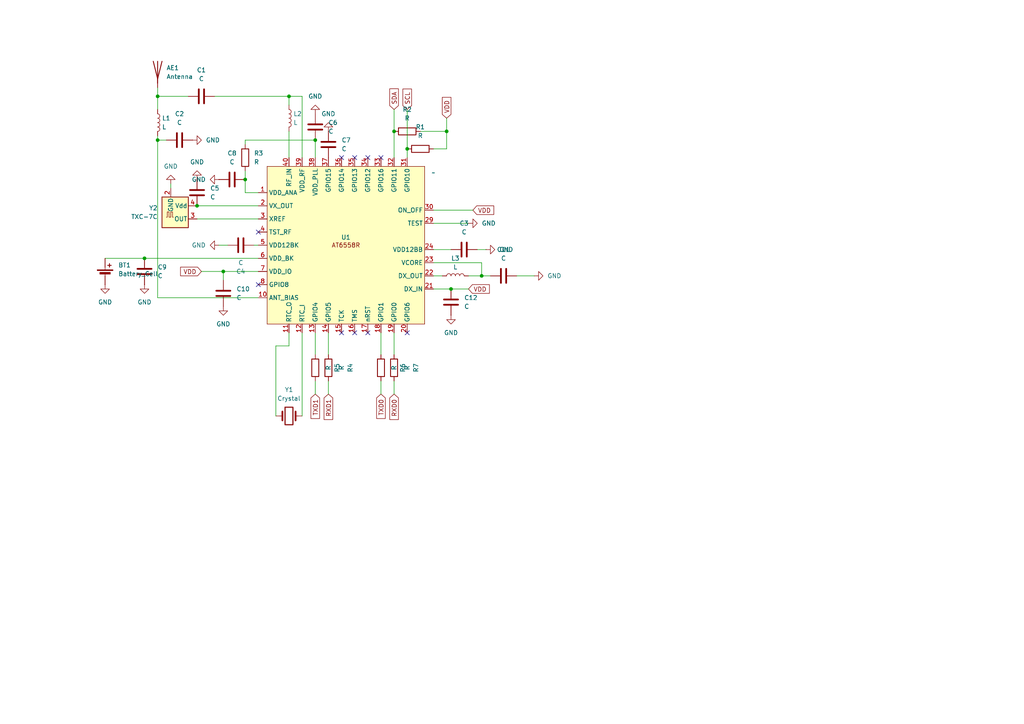
<source format=kicad_sch>
(kicad_sch (version 20231120) (generator "eeschema") (generator_version "8.0")
  (paper "A4")
  (lib_symbols
    (symbol "Device:Antenna" (pin_numbers hide) (pin_names (offset 1.016) hide)
      (property "Reference" "AE" (at -1.905 1.905 0))
      (property "Value" "Antenna" (at -1.905 0 0))
      (symbol "Antenna_0_1"
        (polyline (pts (xy 0 2.54) (xy 0 -3.81)) (stroke (width 0.254)))
        (polyline (pts (xy 1.27 2.54) (xy 0 -2.54) (xy -1.27 2.54)) (stroke (width 0.254)))
      )
      (symbol "Antenna_1_1"
        (pin input line (at 0 -5.08 90) (length 2.54) (name "A") (number "1"))
      )
    )
    (symbol "Device:Battery_Cell" (pin_numbers hide) (pin_names (offset 0) hide)
      (property "Reference" "BT" (at 2.54 2.54 0))
      (property "Value" "Battery_Cell" (at 2.54 0 0))
      (symbol "Battery_Cell_0_1"
        (rectangle (start -2.286 1.778) (end 2.286 1.524) (fill (type outline)))
        (rectangle (start -1.524 1.016) (end 1.524 0.508) (fill (type outline)))
        (polyline (pts (xy 0 0.762) (xy 0 0)))
        (polyline (pts (xy 0 1.778) (xy 0 2.54)))
        (polyline (pts (xy 0.762 3.048) (xy 1.778 3.048)) (stroke (width 0.254)))
        (polyline (pts (xy 1.27 3.556) (xy 1.27 2.54)) (stroke (width 0.254)))
      )
      (symbol "Battery_Cell_1_1"
        (pin passive line (at 0 5.08 270) (length 2.54) (name "+") (number "1"))
        (pin passive line (at 0 -2.54 90) (length 2.54) (name "-") (number "2"))
      )
    )
    (symbol "Device:C" (pin_numbers hide) (pin_names (offset 0.254))
      (property "Reference" "C" (at 0.635 2.54 0))
      (property "Value" "C" (at 0.635 -2.54 0))
      (symbol "C_0_1"
        (polyline (pts (xy -2.032 -0.762) (xy 2.032 -0.762)) (stroke (width 0.508)))
        (polyline (pts (xy -2.032 0.762) (xy 2.032 0.762)) (stroke (width 0.508)))
      )
      (symbol "C_1_1"
        (pin passive line (at 0 3.81 270) (length 2.794) (name "~") (number "1"))
        (pin passive line (at 0 -3.81 90) (length 2.794) (name "~") (number "2"))
      )
    )
    (symbol "Device:Crystal" (pin_numbers hide) (pin_names (offset 1.016) hide)
      (property "Reference" "Y" (at 0 3.81 0))
      (property "Value" "Crystal" (at 0 -3.81 0))
      (symbol "Crystal_0_1"
        (rectangle (start -1.143 2.54) (end 1.143 -2.54) (stroke (width 0.3048)))
        (polyline (pts (xy -2.54 0) (xy -1.905 0)))
        (polyline (pts (xy -1.905 -1.27) (xy -1.905 1.27)) (stroke (width 0.508)))
        (polyline (pts (xy 1.905 -1.27) (xy 1.905 1.27)) (stroke (width 0.508)))
        (polyline (pts (xy 2.54 0) (xy 1.905 0)))
      )
      (symbol "Crystal_1_1"
        (pin passive line (at -3.81 0 0) (length 1.27) (name "1") (number "1"))
        (pin passive line (at 3.81 0 180) (length 1.27) (name "2") (number "2"))
      )
    )
    (symbol "Device:L" (pin_numbers hide) (pin_names (offset 1.016) hide)
      (property "Reference" "L" (at -1.27 0 90))
      (property "Value" "L" (at 1.905 0 90))
      (symbol "L_0_1"
        (arc (start 0 -2.54) (mid 0.6323 -1.905) (end 0 -1.27))
        (arc (start 0 -1.27) (mid 0.6323 -0.635) (end 0 0))
        (arc (start 0 0) (mid 0.6323 0.635) (end 0 1.27))
        (arc (start 0 1.27) (mid 0.6323 1.905) (end 0 2.54))
      )
      (symbol "L_1_1"
        (pin passive line (at 0 3.81 270) (length 1.27) (name "1") (number "1"))
        (pin passive line (at 0 -3.81 90) (length 1.27) (name "2") (number "2"))
      )
    )
    (symbol "Device:R" (pin_numbers hide) (pin_names (offset 0))
      (property "Reference" "R" (at 2.032 0 90))
      (property "Value" "R" (at 0 0 90))
      (symbol "R_0_1"
        (rectangle (start -1.016 -2.54) (end 1.016 2.54) (stroke (width 0.254)))
      )
      (symbol "R_1_1"
        (pin passive line (at 0 3.81 270) (length 1.27) (name "~") (number "1"))
        (pin passive line (at 0 -3.81 90) (length 1.27) (name "~") (number "2"))
      )
    )
    (symbol "GPS:AT6558R"
      (property "Reference" "U" (at 0 2.032 0))
      (symbol "AT6558R_0_1"
        (rectangle (start -22.86 22.86) (end 22.86 -22.86) (fill (type background)))
      )
      (symbol "AT6558R_1_1"
        (text "AT6558R" (at 0 0 0) (effects (font (size 1.27 1.27))))
        (pin power_out line (at -25.4 15.24 0) (length 2.54) (name "VDD_ANA") (number "1"))
        (pin power_out line (at -25.4 -15.24 0) (length 2.54) (name "ANT_BIAS") (number "10"))
        (pin output line (at -16.51 -25.4 90) (length 2.54) (name "RTC_O") (number "11"))
        (pin input line (at -12.7 -25.4 90) (length 2.54) (name "RTC_I") (number "12"))
        (pin bidirectional line (at -8.89 -25.4 90) (length 2.54) (name "GPIO4") (number "13"))
        (pin bidirectional line (at -5.08 -25.4 90) (length 2.54) (name "GPIO5") (number "14"))
        (pin input line (at -1.27 -25.4 90) (length 2.54) (name "TCK") (number "15"))
        (pin bidirectional line (at 2.54 -25.4 90) (length 2.54) (name "TMS") (number "16"))
        (pin input line (at 6.35 -25.4 90) (length 2.54) (name "nRST") (number "17"))
        (pin bidirectional line (at 10.16 -25.4 90) (length 2.54) (name "GPIO1") (number "18"))
        (pin bidirectional line (at 13.97 -25.4 90) (length 2.54) (name "GPIO0") (number "19"))
        (pin power_out line (at -25.4 11.43 0) (length 2.54) (name "VX_OUT") (number "2"))
        (pin bidirectional line (at 17.78 -25.4 90) (length 2.54) (name "GPIO6") (number "20"))
        (pin power_in line (at 25.4 -12.7 180) (length 2.54) (name "DX_IN") (number "21"))
        (pin power_out line (at 25.4 -8.89 180) (length 2.54) (name "DX_OUT") (number "22"))
        (pin power_in line (at 25.4 -5.08 180) (length 2.54) (name "VCORE") (number "23"))
        (pin power_out line (at 25.4 -1.27 180) (length 2.54) (name "VDD12BB") (number "24"))
        (pin no_connect line (at 25.4 -1.27 180) (length 2.54) hide (name "NC") (number "25"))
        (pin no_connect line (at 25.4 2.54 180) (length 2.54) hide (name "NC") (number "26"))
        (pin no_connect line (at 25.4 6.35 180) (length 2.54) hide (name "NC") (number "27"))
        (pin no_connect line (at 25.4 10.16 180) (length 2.54) hide (name "NC") (number "28"))
        (pin input line (at 25.4 6.35 180) (length 2.54) (name "TEST") (number "29"))
        (pin passive line (at -25.4 7.62 0) (length 2.54) (name "XREF") (number "3"))
        (pin input line (at 25.4 10.16 180) (length 2.54) (name "ON_OFF") (number "30"))
        (pin bidirectional line (at 17.78 25.4 270) (length 2.54) (name "GPIO10") (number "31"))
        (pin bidirectional line (at 13.97 25.4 270) (length 2.54) (name "GPIO11") (number "32"))
        (pin bidirectional line (at 10.16 25.4 270) (length 2.54) (name "GPIO16") (number "33"))
        (pin bidirectional line (at 6.35 25.4 270) (length 2.54) (name "GPIO12") (number "34"))
        (pin bidirectional line (at 2.54 25.4 270) (length 2.54) (name "GPIO13") (number "35"))
        (pin bidirectional line (at -1.27 25.4 270) (length 2.54) (name "GPIO14") (number "36"))
        (pin bidirectional line (at -5.08 25.4 270) (length 2.54) (name "GPIO15") (number "37"))
        (pin power_out line (at -8.89 25.4 270) (length 2.54) (name "VDD_PLL") (number "38"))
        (pin power_out line (at -12.7 25.4 270) (length 2.54) (name "VDD_RF") (number "39"))
        (pin output line (at -25.4 3.81 0) (length 2.54) (name "TST_RF") (number "4"))
        (pin input line (at -16.51 25.4 270) (length 2.54) (name "RF_IN") (number "40"))
        (pin power_out line (at -25.4 0 0) (length 2.54) (name "VDD12BK") (number "5"))
        (pin power_in line (at -25.4 -3.81 0) (length 2.54) (name "VDD_BK") (number "6"))
        (pin power_in line (at -25.4 -7.62 0) (length 2.54) (name "VDD_IO") (number "7"))
        (pin bidirectional line (at -25.4 -11.43 0) (length 2.54) (name "GPIO8") (number "8"))
        (pin no_connect line (at -25.4 -13.97 0) (length 2.54) hide (name "NC") (number "9"))
      )
    )
    (symbol "Oscillator:TXC-7C" (pin_names (offset 0.254))
      (property "Reference" "Y2" (at -3.81 1.9051 0))
      (property "Value" "TXC-7C" (at -3.81 -0.6349 0))
      (symbol "TXC-7C_0_1"
        (rectangle (start -2.54 5.08) (end 5.08 -3.81) (stroke (width 0.254)) (fill (type background)))
        (polyline (pts (xy -1.27 -0.762) (xy -1.016 -0.762) (xy -1.016 0.762) (xy -0.508 0.762) (xy -0.508 -0.762) (xy 0 -0.762) (xy 0 0.762) (xy 0.508 0.762) (xy 0.508 -0.762) (xy 0.762 -0.762)))
      )
      (symbol "TXC-7C_1_1"
        (pin input line (at -5.08 -2.54 0) (length 2.54) hide (name "EN") (number "1"))
        (pin power_in line (at 0 7.62 270) (length 2.54) (name "GND") (number "2"))
        (pin output line (at 7.62 -1.27 180) (length 2.54) (name "OUT") (number "3"))
        (pin power_in line (at 7.62 2.54 180) (length 2.54) (name "Vdd") (number "4"))
      )
    )
    (symbol "power:GND" (power) (pin_numbers hide) (pin_names (offset 0) hide)
      (property "Value" "GND" (at 0 -3.81 0))
      (symbol "GND_0_1"
        (polyline (pts (xy 0 0) (xy 0 -1.27) (xy 1.27 -1.27) (xy 0 -2.54) (xy -1.27 -1.27) (xy 0 -1.27)))
      )
      (symbol "GND_1_1"
        (pin power_in line (at 0 0 270) (length 0) (name "~") (number "1"))
      )
    )
  )
  (junction (at 71.12 52.07))
  (junction (at 118.11 43.18))
  (junction (at 83.82 27.94))
  (junction (at 114.3 38.1))
  (junction (at 64.77 78.74))
  (junction (at 41.91 74.93))
  (junction (at 130.81 83.82))
  (junction (at 45.72 27.94))
  (junction (at 129.54 38.1))
  (junction (at 45.72 40.64))
  (junction (at 57.15 59.69))
  (junction (at 91.44 40.64))
  (junction (at 139.7 80.01))
  (no_connect (at 99.06 96.52))
  (no_connect (at 118.11 96.52))
  (no_connect (at 106.68 96.52))
  (no_connect (at 74.93 82.55))
  (no_connect (at 74.93 67.31))
  (no_connect (at 110.49 45.72))
  (no_connect (at 99.06 45.72))
  (no_connect (at 106.68 45.72))
  (no_connect (at 102.87 96.52))
  (no_connect (at 102.87 45.72))
  (wire (pts (xy 125.73 80.01) (xy 128.27 80.01)))
  (wire (pts (xy 129.54 38.1) (xy 129.54 43.18)))
  (wire (pts (xy 149.86 80.01) (xy 154.94 80.01)))
  (wire (pts (xy 45.72 40.64) (xy 48.26 40.64)))
  (wire (pts (xy 91.44 40.64) (xy 91.44 45.72)))
  (wire (pts (xy 83.82 96.52) (xy 83.82 100.33)))
  (wire (pts (xy 83.82 100.33) (xy 80.01 100.33)))
  (wire (pts (xy 114.3 110.49) (xy 114.3 114.3)))
  (wire (pts (xy 87.63 27.94) (xy 87.63 45.72)))
  (wire (pts (xy 45.72 40.64) (xy 45.72 86.36)))
  (wire (pts (xy 30.48 74.93) (xy 41.91 74.93)))
  (wire (pts (xy 80.01 100.33) (xy 80.01 120.65)))
  (wire (pts (xy 57.15 63.5) (xy 74.93 63.5)))
  (wire (pts (xy 49.53 54.61) (xy 49.53 53.34)))
  (wire (pts (xy 118.11 43.18) (xy 118.11 45.72)))
  (wire (pts (xy 45.72 25.4) (xy 45.72 27.94)))
  (wire (pts (xy 95.25 110.49) (xy 95.25 114.3)))
  (wire (pts (xy 129.54 43.18) (xy 125.73 43.18)))
  (wire (pts (xy 114.3 96.52) (xy 114.3 102.87)))
  (wire (pts (xy 71.12 52.07) (xy 71.12 49.53)))
  (wire (pts (xy 95.25 96.52) (xy 95.25 102.87)))
  (wire (pts (xy 45.72 27.94) (xy 45.72 31.75)))
  (wire (pts (xy 91.44 96.52) (xy 91.44 102.87)))
  (wire (pts (xy 41.91 74.93) (xy 74.93 74.93)))
  (wire (pts (xy 71.12 40.64) (xy 91.44 40.64)))
  (wire (pts (xy 83.82 27.94) (xy 87.63 27.94)))
  (wire (pts (xy 45.72 86.36) (xy 74.93 86.36)))
  (wire (pts (xy 130.81 83.82) (xy 135.89 83.82)))
  (wire (pts (xy 114.3 31.75) (xy 114.3 38.1)))
  (wire (pts (xy 71.12 41.91) (xy 71.12 40.64)))
  (wire (pts (xy 64.77 78.74) (xy 74.93 78.74)))
  (wire (pts (xy 71.12 55.88) (xy 71.12 52.07)))
  (wire (pts (xy 45.72 27.94) (xy 54.61 27.94)))
  (wire (pts (xy 91.44 110.49) (xy 91.44 114.3)))
  (wire (pts (xy 57.15 59.69) (xy 74.93 59.69)))
  (wire (pts (xy 58.42 78.74) (xy 64.77 78.74)))
  (wire (pts (xy 125.73 76.2) (xy 139.7 76.2)))
  (wire (pts (xy 135.89 80.01) (xy 139.7 80.01)))
  (wire (pts (xy 74.93 71.12) (xy 73.66 71.12)))
  (wire (pts (xy 125.73 60.96) (xy 137.16 60.96)))
  (wire (pts (xy 83.82 38.1) (xy 83.82 45.72)))
  (wire (pts (xy 45.72 39.37) (xy 45.72 40.64)))
  (wire (pts (xy 138.43 72.39) (xy 140.97 72.39)))
  (wire (pts (xy 64.77 78.74) (xy 64.77 81.28)))
  (wire (pts (xy 66.04 71.12) (xy 63.5 71.12)))
  (wire (pts (xy 125.73 83.82) (xy 130.81 83.82)))
  (wire (pts (xy 110.49 110.49) (xy 110.49 114.3)))
  (wire (pts (xy 139.7 80.01) (xy 142.24 80.01)))
  (wire (pts (xy 129.54 34.29) (xy 129.54 38.1)))
  (wire (pts (xy 125.73 64.77) (xy 135.89 64.77)))
  (wire (pts (xy 87.63 96.52) (xy 87.63 120.65)))
  (wire (pts (xy 74.93 55.88) (xy 71.12 55.88)))
  (wire (pts (xy 139.7 76.2) (xy 139.7 80.01)))
  (wire (pts (xy 125.73 72.39) (xy 130.81 72.39)))
  (wire (pts (xy 110.49 96.52) (xy 110.49 102.87)))
  (wire (pts (xy 62.23 27.94) (xy 83.82 27.94)))
  (wire (pts (xy 114.3 38.1) (xy 114.3 45.72)))
  (wire (pts (xy 121.92 38.1) (xy 129.54 38.1)))
  (wire (pts (xy 83.82 27.94) (xy 83.82 30.48)))
  (wire (pts (xy 118.11 31.75) (xy 118.11 43.18)))
  (global_label "VDD" (shape input) (at 58.42 78.74 180) (property "Intersheetrefs" "${INTERSHEET_REFS}" (effects (hide yes))))
  (global_label "VDD" (shape input) (at 135.89 83.82 0) (property "Intersheetrefs" "${INTERSHEET_REFS}" (effects (hide yes))))
  (global_label "SDA" (shape input) (at 114.3 31.75 90) (property "Intersheetrefs" "${INTERSHEET_REFS}" (effects (hide yes))))
  (global_label "VDD" (shape input) (at 137.16 60.96 0) (property "Intersheetrefs" "${INTERSHEET_REFS}" (effects (hide yes))))
  (global_label "RXD0" (shape input) (at 114.3 114.3 270) (property "Intersheetrefs" "${INTERSHEET_REFS}" (effects (hide yes))))
  (global_label "SCL" (shape input) (at 118.11 31.75 90) (property "Intersheetrefs" "${INTERSHEET_REFS}" (effects (hide yes))))
  (global_label "RXD1" (shape input) (at 95.25 114.3 270) (property "Intersheetrefs" "${INTERSHEET_REFS}" (effects (hide yes))))
  (global_label "TXD0" (shape input) (at 110.49 114.3 270) (property "Intersheetrefs" "${INTERSHEET_REFS}" (effects (hide yes))))
  (global_label "VDD" (shape input) (at 129.54 34.29 90) (property "Intersheetrefs" "${INTERSHEET_REFS}" (effects (hide yes))))
  (global_label "TXD1" (shape input) (at 91.44 114.3 270) (property "Intersheetrefs" "${INTERSHEET_REFS}" (effects (hide yes))))
  (symbol (lib_id "Device:C") (at 41.91 78.74 0) (unit 1)
    (property "Reference" "C9" (at 45.72 77.4699 0) (effects (justify left)))
    (property "Value" "C" (at 45.72 80.0099 0) (effects (justify left)))
    (property "Description" "Unpolarized capacitor" (effects (hide yes)))
  )
  (symbol (lib_id "power:GND") (at 49.53 53.34 180) (unit 1)
    (property "Reference" "#PWR08" (effects (hide yes)))
    (property "Value" "GND" (at 49.53 48.26 0))
    (property "Description" "Power symbol creates a global label with name \"GND\" , ground" (effects (hide yes)))
  )
  (symbol (lib_id "power:GND") (at 41.91 82.55 0) (unit 1)
    (property "Reference" "#PWR013" (effects (hide yes)))
    (property "Value" "GND" (at 41.91 87.63 0))
    (property "Description" "Power symbol creates a global label with name \"GND\" , ground" (effects (hide yes)))
  )
  (symbol (lib_id "Device:R") (at 121.92 43.18 90) (unit 1)
    (property "Reference" "R1" (at 121.92 36.83 90))
    (property "Value" "R" (at 121.92 39.37 90))
    (property "Description" "Resistor" (effects (hide yes)))
  )
  (symbol (lib_id "Device:C") (at 95.25 41.91 0) (unit 1)
    (property "Reference" "C7" (at 99.06 40.6399 0) (effects (justify left)))
    (property "Value" "C" (at 99.06 43.1799 0) (effects (justify left)))
    (property "Description" "Unpolarized capacitor" (effects (hide yes)))
  )
  (symbol (lib_id "power:GND") (at 135.89 64.77 90) (unit 1)
    (property "Reference" "#PWR01" (effects (hide yes)))
    (property "Value" "GND" (at 139.7 64.7699 90) (effects (justify right)))
    (property "Description" "Power symbol creates a global label with name \"GND\" , ground" (effects (hide yes)))
  )
  (symbol (lib_id "power:GND") (at 140.97 72.39 90) (unit 1)
    (property "Reference" "#PWR05" (effects (hide yes)))
    (property "Value" "GND" (at 144.78 72.3899 90) (effects (justify right)))
    (property "Description" "Power symbol creates a global label with name \"GND\" , ground" (effects (hide yes)))
  )
  (symbol (lib_id "Device:C") (at 130.81 87.63 0) (unit 1)
    (property "Reference" "C12" (at 134.62 86.3599 0) (effects (justify left)))
    (property "Value" "C" (at 134.62 88.8999 0) (effects (justify left)))
    (property "Description" "Unpolarized capacitor" (effects (hide yes)))
  )
  (symbol (lib_id "Device:C") (at 64.77 85.09 0) (unit 1)
    (property "Reference" "C10" (at 68.58 83.8199 0) (effects (justify left)))
    (property "Value" "C" (at 68.58 86.3599 0) (effects (justify left)))
    (property "Description" "Unpolarized capacitor" (effects (hide yes)))
  )
  (symbol (lib_id "power:GND") (at 154.94 80.01 90) (unit 1)
    (property "Reference" "#PWR03" (effects (hide yes)))
    (property "Value" "GND" (at 158.75 80.0099 90) (effects (justify right)))
    (property "Description" "Power symbol creates a global label with name \"GND\" , ground" (effects (hide yes)))
  )
  (symbol (lib_id "power:GND") (at 91.44 33.02 180) (unit 1)
    (property "Reference" "#PWR010" (effects (hide yes)))
    (property "Value" "GND" (at 91.44 27.94 0))
    (property "Description" "Power symbol creates a global label with name \"GND\" , ground" (effects (hide yes)))
  )
  (symbol (lib_id "Device:R") (at 114.3 106.68 0) (unit 1)
    (property "Reference" "R7" (at 120.65 106.68 90))
    (property "Value" "R" (at 118.11 106.68 90))
    (property "Description" "Resistor" (effects (hide yes)))
  )
  (symbol (lib_id "Device:Crystal") (at 83.82 120.65 0) (unit 1)
    (property "Reference" "Y1" (at 83.82 113.03 0))
    (property "Value" "Crystal" (at 83.82 115.57 0))
    (property "Description" "Two pin crystal" (effects (hide yes)))
  )
  (symbol (lib_id "Device:L") (at 83.82 34.29 0) (unit 1)
    (property "Reference" "L2" (at 85.09 33.0199 0) (effects (justify left)))
    (property "Value" "L" (at 85.09 35.5599 0) (effects (justify left)))
    (property "Description" "Inductor" (effects (hide yes)))
  )
  (symbol (lib_id "Device:R") (at 71.12 45.72 0) (unit 1)
    (property "Reference" "R3" (at 73.66 44.4499 0) (effects (justify left)))
    (property "Value" "R" (at 73.66 46.9899 0) (effects (justify left)))
    (property "Description" "Resistor" (effects (hide yes)))
  )
  (symbol (lib_id "power:GND") (at 57.15 52.07 180) (unit 1)
    (property "Reference" "#PWR07" (effects (hide yes)))
    (property "Value" "GND" (at 57.15 46.99 0))
    (property "Description" "Power symbol creates a global label with name \"GND\" , ground" (effects (hide yes)))
  )
  (symbol (lib_id "Device:L") (at 45.72 35.56 0) (unit 1)
    (property "Reference" "L1" (at 46.99 34.2899 0) (effects (justify left)))
    (property "Value" "L" (at 46.99 36.8299 0) (effects (justify left)))
    (property "Description" "Inductor" (effects (hide yes)))
  )
  (symbol (lib_id "power:GND") (at 30.48 82.55 0) (unit 1)
    (property "Reference" "#PWR012" (effects (hide yes)))
    (property "Value" "GND" (at 30.48 87.63 0))
    (property "Description" "Power symbol creates a global label with name \"GND\" , ground" (effects (hide yes)))
  )
  (symbol (lib_id "power:GND") (at 64.77 88.9 0) (unit 1)
    (property "Reference" "#PWR02" (effects (hide yes)))
    (property "Value" "GND" (at 64.77 93.98 0))
    (property "Description" "Power symbol creates a global label with name \"GND\" , ground" (effects (hide yes)))
  )
  (symbol (lib_id "GPS:AT6558R") (at 100.33 71.12 0) (unit 1)
    (property "Reference" "U1" (at 100.33 68.834 0))
    (property "Value" "~" (at 125.73 50.0949 0))
  )
  (symbol (lib_id "Device:C") (at 91.44 36.83 0) (unit 1)
    (property "Reference" "C6" (at 95.25 35.5599 0) (effects (justify left)))
    (property "Value" "C" (at 95.25 38.0999 0) (effects (justify left)))
    (property "Description" "Unpolarized capacitor" (effects (hide yes)))
  )
  (symbol (lib_id "Device:C") (at 67.31 52.07 90) (unit 1)
    (property "Reference" "C8" (at 67.31 44.45 90))
    (property "Value" "C" (at 67.31 46.99 90))
    (property "Description" "Unpolarized capacitor" (effects (hide yes)))
  )
  (symbol (lib_id "power:GND") (at 55.88 40.64 90) (unit 1)
    (property "Reference" "#PWR04" (effects (hide yes)))
    (property "Value" "GND" (at 59.69 40.6399 90) (effects (justify right)))
    (property "Description" "Power symbol creates a global label with name \"GND\" , ground" (effects (hide yes)))
  )
  (symbol (lib_id "Device:C") (at 146.05 80.01 90) (unit 1)
    (property "Reference" "C11" (at 146.05 72.39 90))
    (property "Value" "C" (at 146.05 74.93 90))
    (property "Description" "Unpolarized capacitor" (effects (hide yes)))
  )
  (symbol (lib_id "Device:R") (at 110.49 106.68 0) (unit 1)
    (property "Reference" "R6" (at 116.84 106.68 90))
    (property "Value" "R" (at 114.3 106.68 90))
    (property "Description" "Resistor" (effects (hide yes)))
  )
  (symbol (lib_id "Device:C") (at 134.62 72.39 270) (unit 1)
    (property "Reference" "C3" (at 134.62 64.77 90))
    (property "Value" "C" (at 134.62 67.31 90))
    (property "Description" "Unpolarized capacitor" (effects (hide yes)))
  )
  (symbol (lib_id "power:GND") (at 63.5 52.07 270) (unit 1)
    (property "Reference" "#PWR011" (effects (hide yes)))
    (property "Value" "GND" (at 59.69 52.0699 90) (effects (justify right)))
    (property "Description" "Power symbol creates a global label with name \"GND\" , ground" (effects (hide yes)))
  )
  (symbol (lib_id "Device:C") (at 58.42 27.94 270) (unit 1)
    (property "Reference" "C1" (at 58.42 20.32 90))
    (property "Value" "C" (at 58.42 22.86 90))
    (property "Description" "Unpolarized capacitor" (effects (hide yes)))
  )
  (symbol (lib_id "Device:R") (at 118.11 38.1 90) (unit 1)
    (property "Reference" "R2" (at 118.11 31.75 90))
    (property "Value" "R" (at 118.11 34.29 90))
    (property "Description" "Resistor" (effects (hide yes)))
  )
  (symbol (lib_id "Device:C") (at 57.15 55.88 0) (unit 1)
    (property "Reference" "C5" (at 60.96 54.6099 0) (effects (justify left)))
    (property "Value" "C" (at 60.96 57.1499 0) (effects (justify left)))
    (property "Description" "Unpolarized capacitor" (effects (hide yes)))
  )
  (symbol (lib_id "Device:Battery_Cell") (at 30.48 80.01 0) (unit 1)
    (property "Reference" "BT1" (at 34.29 76.8984 0) (effects (justify left)))
    (property "Value" "Battery_Cell" (at 34.29 79.4384 0) (effects (justify left)))
    (property "Description" "Single-cell battery" (effects (hide yes)))
  )
  (symbol (lib_id "power:GND") (at 63.5 71.12 270) (unit 1)
    (property "Reference" "#PWR06" (effects (hide yes)))
    (property "Value" "GND" (at 59.69 71.1201 90) (effects (justify right)))
    (property "Description" "Power symbol creates a global label with name \"GND\" , ground" (effects (hide yes)))
  )
  (symbol (lib_id "Device:R") (at 91.44 106.68 0) (unit 1)
    (property "Reference" "R5" (at 97.79 106.68 90))
    (property "Value" "R" (at 95.25 106.68 90))
    (property "Description" "Resistor" (effects (hide yes)))
  )
  (symbol (lib_id "Oscillator:TXC-7C") (at 49.53 62.23 0) (unit 1)
    (property "Reference" "Y2" (at 45.72 60.3249 0) (effects (justify right)))
    (property "Value" "TXC-7C" (at 45.72 62.8649 0) (effects (justify right)))
    (property "Footprint" "Oscillator:Oscillator_SMD_TXC_7C-4Pin_5.0x3.2mm" (effects (hide yes)))
    (property "Datasheet" "http://www.txccorp.com/download/products/osc/7C_o.pdf" (effects (hide yes)))
    (property "Description" "CMOS SMD Crystal Clock Oscillator, TXC" (effects (hide yes)))
  )
  (symbol (lib_id "Device:R") (at 95.25 106.68 0) (unit 1)
    (property "Reference" "R4" (at 101.6 106.68 90))
    (property "Value" "R" (at 99.06 106.68 90))
    (property "Description" "Resistor" (effects (hide yes)))
  )
  (symbol (lib_id "Device:Antenna") (at 45.72 20.32 0) (unit 1)
    (property "Reference" "AE1" (at 48.26 19.6849 0) (effects (justify left)))
    (property "Value" "Antenna" (at 48.26 22.2249 0) (effects (justify left)))
    (property "Description" "Antenna" (effects (hide yes)))
  )
  (symbol (lib_id "Device:C") (at 69.85 71.12 90) (unit 1)
    (property "Reference" "C4" (at 69.85 78.74 90))
    (property "Value" "C" (at 69.85 76.2 90))
    (property "Description" "Unpolarized capacitor" (effects (hide yes)))
  )
  (symbol (lib_id "Device:C") (at 52.07 40.64 270) (unit 1)
    (property "Reference" "C2" (at 52.07 33.02 90))
    (property "Value" "C" (at 52.07 35.56 90))
    (property "Description" "Unpolarized capacitor" (effects (hide yes)))
  )
  (symbol (lib_id "power:GND") (at 95.25 38.1 180) (unit 1)
    (property "Reference" "#PWR09" (effects (hide yes)))
    (property "Value" "GND" (at 95.25 33.02 0))
    (property "Description" "Power symbol creates a global label with name \"GND\" , ground" (effects (hide yes)))
  )
  (symbol (lib_id "Device:L") (at 132.08 80.01 90) (unit 1)
    (property "Reference" "L3" (at 132.08 74.93 90))
    (property "Value" "L" (at 132.08 77.47 90))
    (property "Description" "Inductor" (effects (hide yes)))
  )
  (symbol (lib_id "power:GND") (at 130.81 91.44 0) (unit 1)
    (property "Reference" "#PWR014" (effects (hide yes)))
    (property "Value" "GND" (at 130.81 96.52 0))
    (property "Description" "Power symbol creates a global label with name \"GND\" , ground" (effects (hide yes)))
  )
)
</source>
